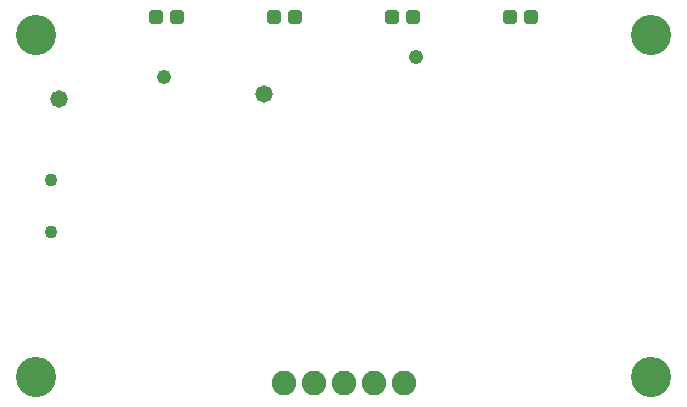
<source format=gbr>
G04 EAGLE Gerber RS-274X export*
G75*
%MOMM*%
%FSLAX34Y34*%
%LPD*%
%INSoldermask Bottom*%
%IPPOS*%
%AMOC8*
5,1,8,0,0,1.08239X$1,22.5*%
G01*
%ADD10C,1.219200*%
%ADD11C,1.473200*%
%ADD12C,0.505344*%
%ADD13C,1.103200*%
%ADD14C,2.082800*%
%ADD15C,3.403200*%


D10*
X148285Y294386D03*
D11*
X232982Y279400D03*
X59380Y275375D03*
D10*
X361645Y311531D03*
D12*
X462260Y341510D02*
X462260Y348490D01*
X462260Y341510D02*
X455280Y341510D01*
X455280Y348490D01*
X462260Y348490D01*
X462260Y346310D02*
X455280Y346310D01*
X444720Y348490D02*
X444720Y341510D01*
X437740Y341510D01*
X437740Y348490D01*
X444720Y348490D01*
X444720Y346310D02*
X437740Y346310D01*
X362260Y348490D02*
X362260Y341510D01*
X355280Y341510D01*
X355280Y348490D01*
X362260Y348490D01*
X362260Y346310D02*
X355280Y346310D01*
X344720Y348490D02*
X344720Y341510D01*
X337740Y341510D01*
X337740Y348490D01*
X344720Y348490D01*
X344720Y346310D02*
X337740Y346310D01*
X162260Y348490D02*
X162260Y341510D01*
X155280Y341510D01*
X155280Y348490D01*
X162260Y348490D01*
X162260Y346310D02*
X155280Y346310D01*
X144720Y348490D02*
X144720Y341510D01*
X137740Y341510D01*
X137740Y348490D01*
X144720Y348490D01*
X144720Y346310D02*
X137740Y346310D01*
X262260Y348490D02*
X262260Y341510D01*
X255280Y341510D01*
X255280Y348490D01*
X262260Y348490D01*
X262260Y346310D02*
X255280Y346310D01*
X244720Y348490D02*
X244720Y341510D01*
X237740Y341510D01*
X237740Y348490D01*
X244720Y348490D01*
X244720Y346310D02*
X237740Y346310D01*
D13*
X52500Y207000D03*
X52500Y163000D03*
D14*
X350800Y35000D03*
X325400Y35000D03*
X300000Y35000D03*
X274600Y35000D03*
X249200Y35000D03*
D15*
X40000Y40000D03*
X560000Y40000D03*
X560000Y330000D03*
X40000Y330000D03*
M02*

</source>
